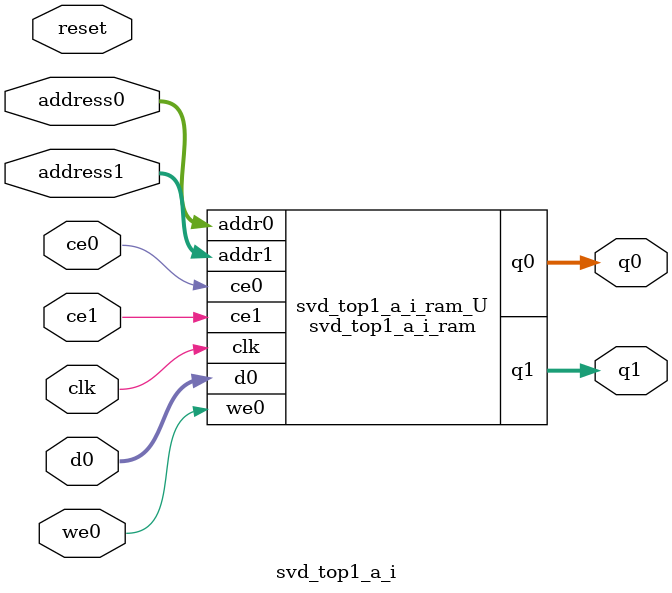
<source format=v>
`timescale 1 ns / 1 ps
module svd_top1_a_i_ram (addr0, ce0, d0, we0, q0, addr1, ce1, q1,  clk);

parameter DWIDTH = 32;
parameter AWIDTH = 10;
parameter MEM_SIZE = 1024;

input[AWIDTH-1:0] addr0;
input ce0;
input[DWIDTH-1:0] d0;
input we0;
output reg[DWIDTH-1:0] q0;
input[AWIDTH-1:0] addr1;
input ce1;
output reg[DWIDTH-1:0] q1;
input clk;

reg [DWIDTH-1:0] ram[0:MEM_SIZE-1];




always @(posedge clk)  
begin 
    if (ce0) begin
        if (we0) 
            ram[addr0] <= d0; 
        q0 <= ram[addr0];
    end
end


always @(posedge clk)  
begin 
    if (ce1) begin
        q1 <= ram[addr1];
    end
end


endmodule

`timescale 1 ns / 1 ps
module svd_top1_a_i(
    reset,
    clk,
    address0,
    ce0,
    we0,
    d0,
    q0,
    address1,
    ce1,
    q1);

parameter DataWidth = 32'd32;
parameter AddressRange = 32'd1024;
parameter AddressWidth = 32'd10;
input reset;
input clk;
input[AddressWidth - 1:0] address0;
input ce0;
input we0;
input[DataWidth - 1:0] d0;
output[DataWidth - 1:0] q0;
input[AddressWidth - 1:0] address1;
input ce1;
output[DataWidth - 1:0] q1;



svd_top1_a_i_ram svd_top1_a_i_ram_U(
    .clk( clk ),
    .addr0( address0 ),
    .ce0( ce0 ),
    .we0( we0 ),
    .d0( d0 ),
    .q0( q0 ),
    .addr1( address1 ),
    .ce1( ce1 ),
    .q1( q1 ));

endmodule


</source>
